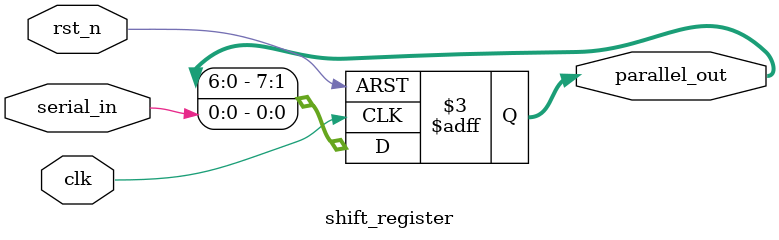
<source format=sv>
module shift_register (
    input  logic       clk,
    input  logic       rst_n,
    input  logic       serial_in,
    output logic [7:0] parallel_out
);

    always_ff @(posedge clk or negedge rst_n) begin
        if (!rst_n) begin
            parallel_out <= 8'h00;
            $display("Shift Register: Reset - parallel_out cleared");
        end else begin
            parallel_out <= {parallel_out[6:0], serial_in};
            $display("Shift Register: Shifted in %b, parallel_out = %b", serial_in, {parallel_out[6:0], serial_in});
        end
    end

endmodule
</source>
